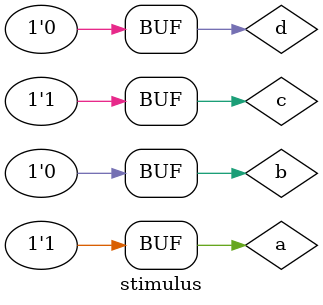
<source format=v>

`timescale 1ns/1ps
module stimulus;
reg a;
reg b;
reg c;
reg d;
wire z;

//UNIT UNDER TESTING
comparator uut(
    .a(a),
    .b(b),
    .c(c),
    .d(d),
    .z(z)
);

//for input 1,0
initial begin
    $dumpfile("test.vcd");
    $dumpvars(0,stimulus);
    a = 0;
    b = 0;
    c = 0;
    d = 0;

    #20; a = 1;
    b = 1;
    #20 b = 0;
    #20 c = 1;
    #40;
end


//for printing output
initial begin
    $monitor("a = %d, b = %d, c = %d, d = %d, z = %d\n",a,b,c,d,z);
end

endmodule
</source>
